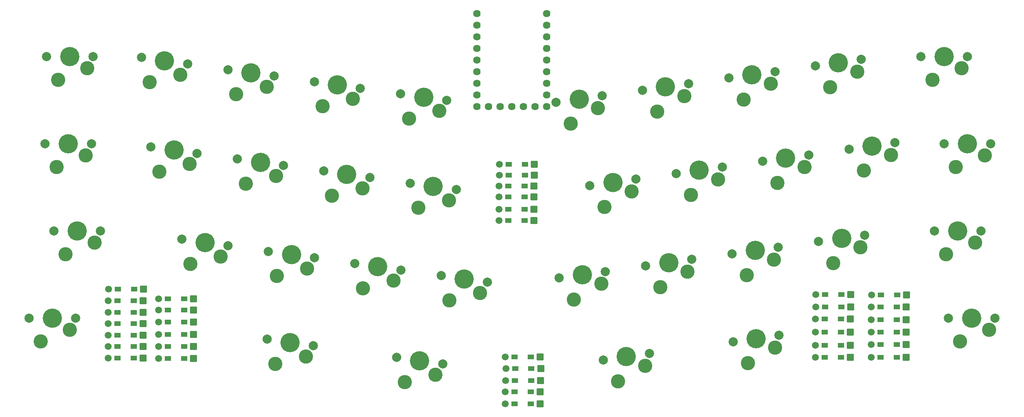
<source format=gbr>
G04 #@! TF.GenerationSoftware,KiCad,Pcbnew,7.0.1-0*
G04 #@! TF.CreationDate,2023-08-24T16:50:40+09:00*
G04 #@! TF.ProjectId,PCB_QAL,5043425f-5141-44c2-9e6b-696361645f70,rev?*
G04 #@! TF.SameCoordinates,Original*
G04 #@! TF.FileFunction,Soldermask,Top*
G04 #@! TF.FilePolarity,Negative*
%FSLAX46Y46*%
G04 Gerber Fmt 4.6, Leading zero omitted, Abs format (unit mm)*
G04 Created by KiCad (PCBNEW 7.0.1-0) date 2023-08-24 16:50:40*
%MOMM*%
%LPD*%
G01*
G04 APERTURE LIST*
G04 Aperture macros list*
%AMRoundRect*
0 Rectangle with rounded corners*
0 $1 Rounding radius*
0 $2 $3 $4 $5 $6 $7 $8 $9 X,Y pos of 4 corners*
0 Add a 4 corners polygon primitive as box body*
4,1,4,$2,$3,$4,$5,$6,$7,$8,$9,$2,$3,0*
0 Add four circle primitives for the rounded corners*
1,1,$1+$1,$2,$3*
1,1,$1+$1,$4,$5*
1,1,$1+$1,$6,$7*
1,1,$1+$1,$8,$9*
0 Add four rect primitives between the rounded corners*
20,1,$1+$1,$2,$3,$4,$5,0*
20,1,$1+$1,$4,$5,$6,$7,0*
20,1,$1+$1,$6,$7,$8,$9,0*
20,1,$1+$1,$8,$9,$2,$3,0*%
G04 Aperture macros list end*
%ADD10C,2.002000*%
%ADD11C,3.102000*%
%ADD12C,4.202000*%
%ADD13RoundRect,0.051000X0.698500X0.698500X-0.698500X0.698500X-0.698500X-0.698500X0.698500X-0.698500X0*%
%ADD14RoundRect,0.051000X0.650000X0.475000X-0.650000X0.475000X-0.650000X-0.475000X0.650000X-0.475000X0*%
%ADD15C,1.499000*%
%ADD16C,1.626000*%
G04 APERTURE END LIST*
D10*
X-248678475Y111224267D03*
D11*
X-246138475Y106144267D03*
D12*
X-243598475Y111224267D03*
D11*
X-239788475Y108684267D03*
D10*
X-238518475Y111224267D03*
X-227915044Y111049604D03*
D11*
X-226106762Y105665543D03*
D12*
X-222884482Y110342605D03*
D11*
X-219465060Y107297075D03*
D10*
X-217853920Y109635606D03*
X-209050437Y108398356D03*
D11*
X-207242155Y103014295D03*
D12*
X-204019875Y107691357D03*
D11*
X-200600453Y104645827D03*
D10*
X-198989313Y106984358D03*
X-190185831Y105747109D03*
D11*
X-188377549Y100363048D03*
D12*
X-185155269Y105040110D03*
D11*
X-181735847Y101994580D03*
D10*
X-180124707Y104333111D03*
X-171321224Y103095861D03*
D11*
X-169512942Y97711800D03*
D12*
X-166290662Y102388862D03*
D11*
X-162871240Y99343332D03*
D10*
X-161260100Y101681863D03*
X-137385994Y101244813D03*
D11*
X-134163714Y96567751D03*
D12*
X-132355432Y101951812D03*
D11*
X-128229011Y99966781D03*
D10*
X-127324870Y102658811D03*
X-118521387Y103896060D03*
D11*
X-115299107Y99218998D03*
D12*
X-113490825Y104603059D03*
D11*
X-109364404Y102618028D03*
D10*
X-108460263Y105310058D03*
X-99656781Y106547308D03*
D11*
X-96434501Y101870246D03*
D12*
X-94626219Y107254307D03*
D11*
X-90499798Y105269276D03*
D10*
X-89595657Y107961306D03*
X-80792174Y109198556D03*
D11*
X-77569894Y104521494D03*
D12*
X-75761612Y109905555D03*
D11*
X-71635191Y107920524D03*
D10*
X-70731050Y110612554D03*
X-206985533Y88870938D03*
D11*
X-205177251Y83486877D03*
D12*
X-201954971Y88163939D03*
D11*
X-198535549Y85118409D03*
D10*
X-196924409Y87456940D03*
X-188120926Y86219690D03*
D11*
X-186312644Y80835629D03*
D12*
X-183090364Y85512691D03*
D11*
X-179670942Y82467161D03*
D10*
X-178059802Y84805692D03*
X-169256320Y83568443D03*
D11*
X-167448038Y78184382D03*
D12*
X-164225758Y82861444D03*
D11*
X-160806336Y79815914D03*
D10*
X-159195196Y82154445D03*
X-130018595Y83043018D03*
D11*
X-126796315Y78365956D03*
D12*
X-124988033Y83750017D03*
D11*
X-120861612Y81764986D03*
D10*
X-119957471Y84457016D03*
X-111153988Y85694266D03*
D11*
X-107931708Y81017204D03*
D12*
X-106123426Y86401265D03*
D11*
X-101997005Y84416234D03*
D10*
X-101092864Y87108264D03*
X-92289381Y88345513D03*
D11*
X-89067101Y83668451D03*
D12*
X-87258819Y89052512D03*
D11*
X-83132398Y87067481D03*
D10*
X-82228257Y89759511D03*
X-73424775Y90996761D03*
D11*
X-70202495Y86319699D03*
D12*
X-68394213Y91703760D03*
D11*
X-64267792Y89718729D03*
D10*
X-63363651Y92410759D03*
X-52653975Y92174266D03*
D11*
X-50113975Y87094266D03*
D12*
X-47573975Y92174266D03*
D11*
X-43763975Y89634266D03*
D10*
X-42493975Y92174266D03*
X-219069084Y71331955D03*
D11*
X-217260802Y65947894D03*
D12*
X-214038522Y70624956D03*
D11*
X-210619100Y67579426D03*
D10*
X-209007960Y69917957D03*
X-200204477Y68680707D03*
D11*
X-198396195Y63296646D03*
D12*
X-195173915Y67973708D03*
D11*
X-191754493Y64928178D03*
D10*
X-190143353Y67266709D03*
X-181339871Y66029460D03*
D11*
X-179531589Y60645399D03*
D12*
X-176309309Y65322461D03*
D11*
X-172889887Y62276931D03*
D10*
X-171278747Y64615462D03*
X-162475264Y63378212D03*
D11*
X-160666982Y57994151D03*
D12*
X-157444702Y62671213D03*
D11*
X-154025280Y59625683D03*
D10*
X-152414140Y61964214D03*
X-57702475Y111224267D03*
D11*
X-55162475Y106144267D03*
D12*
X-52622475Y111224267D03*
D11*
X-48812475Y108684267D03*
D10*
X-47542475Y111224267D03*
X-248964475Y92174266D03*
D11*
X-246424475Y87094266D03*
D12*
X-243884475Y92174266D03*
D11*
X-240074475Y89634266D03*
D10*
X-238804475Y92174266D03*
X-200493112Y49498321D03*
D11*
X-198684830Y44114260D03*
D12*
X-195462550Y48791322D03*
D11*
X-192043128Y45745792D03*
D10*
X-190431988Y48084323D03*
X-54748975Y73124266D03*
D11*
X-52208975Y68044266D03*
D12*
X-49668975Y73124266D03*
D11*
X-45858975Y70584266D03*
D10*
X-44588975Y73124266D03*
X-247058975Y73124266D03*
D11*
X-244518975Y68044266D03*
D12*
X-241978975Y73124266D03*
D11*
X-238168975Y70584266D03*
D10*
X-236898975Y73124266D03*
X-172200492Y45507788D03*
D11*
X-170392210Y40123727D03*
D12*
X-167169930Y44800789D03*
D11*
X-163750508Y41755259D03*
D10*
X-162139368Y44093790D03*
X-127073928Y44982433D03*
D11*
X-123851648Y40305371D03*
D12*
X-122043366Y45689432D03*
D11*
X-117916945Y43704401D03*
D10*
X-117012804Y46396431D03*
D13*
X-73073475Y56576266D03*
D14*
X-75108475Y56576266D03*
X-78658475Y56576266D03*
D15*
X-80693475Y56576266D03*
D13*
X-140843475Y45626266D03*
D14*
X-142878475Y45626266D03*
X-146428475Y45626266D03*
D15*
X-148463475Y45626266D03*
D10*
X-80054037Y70819267D03*
D11*
X-76831757Y66142205D03*
D12*
X-75023475Y71526266D03*
D11*
X-70897054Y69541235D03*
D10*
X-69992913Y72233265D03*
D13*
X-140843475Y37968766D03*
D14*
X-142878475Y37968766D03*
X-146428475Y37968766D03*
D15*
X-148463475Y37968766D03*
D13*
X-142238475Y75400266D03*
D14*
X-144273475Y75400266D03*
X-147823475Y75400266D03*
D15*
X-149858475Y75400266D03*
D13*
X-227563475Y45366266D03*
D14*
X-229598475Y45366266D03*
X-233148475Y45366266D03*
D15*
X-235183475Y45366266D03*
D10*
X-98944037Y68179267D03*
D11*
X-95721757Y63502205D03*
D12*
X-93913475Y68886266D03*
D11*
X-89787054Y66901235D03*
D10*
X-88882913Y69593265D03*
D13*
X-227563475Y50374266D03*
D14*
X-229598475Y50374266D03*
X-233148475Y50374266D03*
D15*
X-235183475Y50374266D03*
D13*
X-140743475Y43086266D03*
D14*
X-142778475Y43086266D03*
X-146328475Y43086266D03*
D15*
X-148363475Y43086266D03*
D13*
X-60958475Y56506266D03*
D14*
X-62993475Y56506266D03*
X-66543475Y56506266D03*
D15*
X-68578475Y56506266D03*
D13*
X-60953475Y53756266D03*
D14*
X-62988475Y53756266D03*
X-66538475Y53756266D03*
D15*
X-68573475Y53756266D03*
D13*
X-216603475Y45266266D03*
D14*
X-218638475Y45266266D03*
X-222188475Y45266266D03*
D15*
X-224223475Y45266266D03*
D10*
X-117834037Y65509267D03*
D11*
X-114611757Y60832205D03*
D12*
X-112803475Y66216266D03*
D11*
X-108677054Y64231235D03*
D10*
X-107772913Y66923265D03*
D13*
X-142213475Y80616266D03*
D14*
X-144248475Y80616266D03*
X-147798475Y80616266D03*
D15*
X-149833475Y80616266D03*
D13*
X-73103475Y48146266D03*
D14*
X-75138475Y48146266D03*
X-78688475Y48146266D03*
D15*
X-80723475Y48146266D03*
D13*
X-216598475Y58346266D03*
D14*
X-218633475Y58346266D03*
X-222183475Y58346266D03*
D15*
X-224218475Y58346266D03*
D13*
X-60953475Y45566266D03*
D14*
X-62988475Y45566266D03*
X-66538475Y45566266D03*
D15*
X-68573475Y45566266D03*
D10*
X-225864037Y91503265D03*
D11*
X-224055755Y86119204D03*
D12*
X-220833475Y90796266D03*
D11*
X-217414053Y87750736D03*
D10*
X-215802913Y90089267D03*
D13*
X-73103475Y45566266D03*
D14*
X-75138475Y45566266D03*
X-78688475Y45566266D03*
D15*
X-80723475Y45566266D03*
D10*
X-252488475Y54074267D03*
D11*
X-249948475Y48994267D03*
D12*
X-247408475Y54074267D03*
D11*
X-243598475Y51534267D03*
D10*
X-242328475Y54074267D03*
D13*
X-227533475Y57916266D03*
D14*
X-229568475Y57916266D03*
X-233118475Y57916266D03*
D15*
X-235153475Y57916266D03*
D13*
X-140783475Y40476266D03*
D14*
X-142818475Y40476266D03*
X-146368475Y40476266D03*
D15*
X-148403475Y40476266D03*
D13*
X-216603475Y55842266D03*
D14*
X-218638475Y55842266D03*
X-222188475Y55842266D03*
D15*
X-224223475Y55842266D03*
D13*
X-216603475Y47910266D03*
D14*
X-218638475Y47910266D03*
X-222188475Y47910266D03*
D15*
X-224223475Y47910266D03*
D13*
X-142153475Y87730266D03*
D14*
X-144188475Y87730266D03*
X-147738475Y87730266D03*
D15*
X-149773475Y87730266D03*
D13*
X-73028475Y59276266D03*
D14*
X-75063475Y59276266D03*
X-78613475Y59276266D03*
D15*
X-80648475Y59276266D03*
D13*
X-227563475Y55382266D03*
D14*
X-229598475Y55382266D03*
X-233148475Y55382266D03*
D15*
X-235183475Y55382266D03*
D13*
X-60878475Y59166266D03*
D14*
X-62913475Y59166266D03*
X-66463475Y59166266D03*
D15*
X-68498475Y59166266D03*
D13*
X-227563475Y52878266D03*
D14*
X-229598475Y52878266D03*
X-233148475Y52878266D03*
D15*
X-235183475Y52878266D03*
D13*
X-60953475Y48296266D03*
D14*
X-62988475Y48296266D03*
X-66538475Y48296266D03*
D15*
X-68573475Y48296266D03*
D10*
X-51701475Y54074266D03*
D11*
X-49161475Y48994266D03*
D12*
X-46621475Y54074266D03*
D11*
X-42811475Y51534266D03*
D10*
X-41541475Y54074266D03*
D13*
X-142143475Y85358933D03*
D14*
X-144178475Y85358933D03*
X-147728475Y85358933D03*
D15*
X-149763475Y85358933D03*
D13*
X-142238475Y77866266D03*
D14*
X-144273475Y77866266D03*
X-147823475Y77866266D03*
D15*
X-149858475Y77866266D03*
D13*
X-140843475Y35416266D03*
D14*
X-142878475Y35416266D03*
X-146428475Y35416266D03*
D15*
X-148463475Y35416266D03*
D13*
X-227473475Y60396266D03*
D14*
X-229508475Y60396266D03*
X-233058475Y60396266D03*
D15*
X-235093475Y60396266D03*
D13*
X-227563475Y47870266D03*
D14*
X-229598475Y47870266D03*
X-233148475Y47870266D03*
D15*
X-235183475Y47870266D03*
D13*
X-73108475Y51016266D03*
D14*
X-75143475Y51016266D03*
X-78693475Y51016266D03*
D15*
X-80728475Y51016266D03*
D10*
X-136694599Y62862268D03*
D11*
X-133472319Y58185206D03*
D12*
X-131664037Y63569267D03*
D11*
X-127537616Y61584236D03*
D10*
X-126633475Y64276266D03*
D13*
X-60953475Y51026266D03*
D14*
X-62988475Y51026266D03*
X-66538475Y51026266D03*
D15*
X-68573475Y51026266D03*
D13*
X-216603475Y50554266D03*
D14*
X-218638475Y50554266D03*
X-222188475Y50554266D03*
D15*
X-224223475Y50554266D03*
D13*
X-73178475Y53906266D03*
D14*
X-75213475Y53906266D03*
X-78763475Y53906266D03*
D15*
X-80798475Y53906266D03*
D10*
X-98746983Y48918032D03*
D11*
X-95524703Y44240970D03*
D12*
X-93716421Y49625031D03*
D11*
X-89590000Y47640000D03*
D10*
X-88685859Y50332030D03*
D13*
X-142213475Y82987600D03*
D14*
X-144248475Y82987600D03*
X-147798475Y82987600D03*
D15*
X-149833475Y82987600D03*
D13*
X-216603475Y53198266D03*
D14*
X-218638475Y53198266D03*
X-222188475Y53198266D03*
D15*
X-224223475Y53198266D03*
D16*
X-154663475Y120626266D03*
X-154663475Y118086266D03*
X-154663475Y115546266D03*
X-154663475Y113006266D03*
X-154663475Y110466266D03*
X-154663475Y107926266D03*
X-154663475Y105386266D03*
X-154663475Y102846266D03*
X-154663475Y100306266D03*
X-152123475Y100306266D03*
X-149583475Y100306266D03*
X-147043475Y100306266D03*
X-144503475Y100306266D03*
X-141963475Y100306266D03*
X-139423475Y100306266D03*
X-139423475Y102846266D03*
X-139423475Y105386266D03*
X-139423475Y107926266D03*
X-139423475Y110466266D03*
X-139423475Y113006266D03*
X-139423475Y115546266D03*
X-139423475Y118086266D03*
X-139423475Y120626266D03*
M02*

</source>
